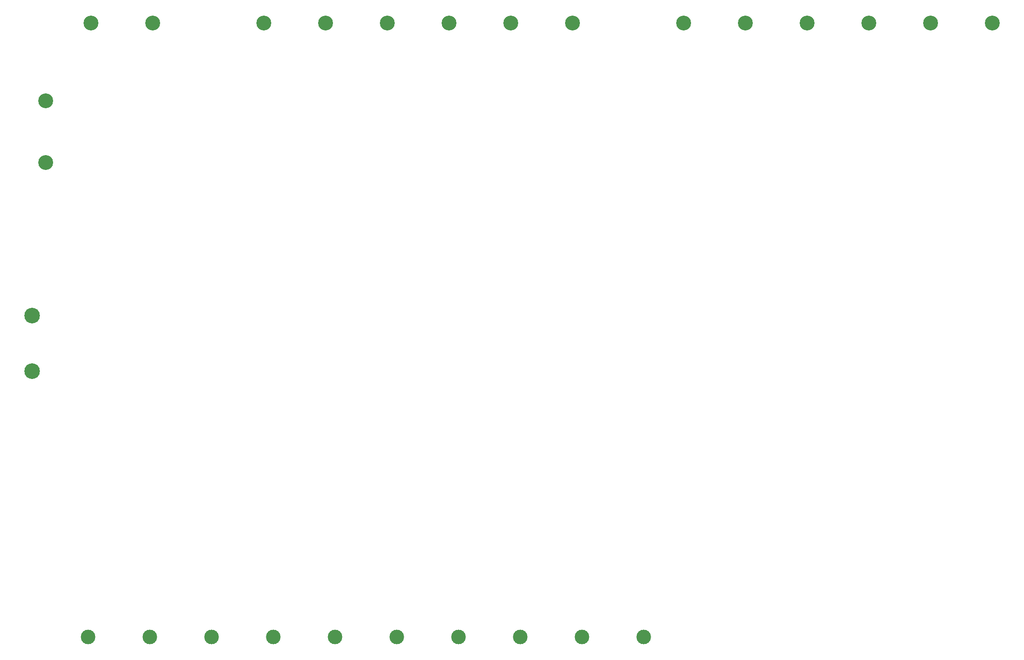
<source format=gbr>
%TF.GenerationSoftware,Altium Limited,Altium Designer,22.3.1 (43)*%
G04 Layer_Color=0*
%FSLAX26Y26*%
%MOIN*%
%TF.SameCoordinates,8280E445-5C4D-48E8-A53F-9B01841AA427*%
%TF.FilePolarity,Positive*%
%TF.FileFunction,NonPlated,1,4,NPTH,Drill*%
%TF.Part,Single*%
G01*
G75*
%TA.AperFunction,ComponentDrill*%
%ADD231C,0.120079*%
%ADD232C,0.118110*%
%ADD233C,0.120079*%
%ADD234C,0.126575*%
D231*
X3081102Y6186417D02*
D03*
X3581102D02*
D03*
X4081102D02*
D03*
X4581102D02*
D03*
X5081102D02*
D03*
X5581102D02*
D03*
X6481102D02*
D03*
X6981102D02*
D03*
X7481102D02*
D03*
X7981102D02*
D03*
X8481102D02*
D03*
X8981102D02*
D03*
X1681102D02*
D03*
X2181102D02*
D03*
D232*
X2159055Y1211811D02*
D03*
X1659055D02*
D03*
X2659055D02*
D03*
X3159055D02*
D03*
X3659055D02*
D03*
X4159050Y1211809D02*
D03*
X4659055Y1211811D02*
D03*
X5159050Y1211809D02*
D03*
X5659055Y1211811D02*
D03*
X6159050Y1211809D02*
D03*
D233*
X1313583Y5556102D02*
D03*
Y5056102D02*
D03*
D234*
X1205000Y3365000D02*
D03*
Y3815000D02*
D03*
%TF.MD5,36b56b0e94fda45a78cc5ef061c2dd9f*%
M02*

</source>
